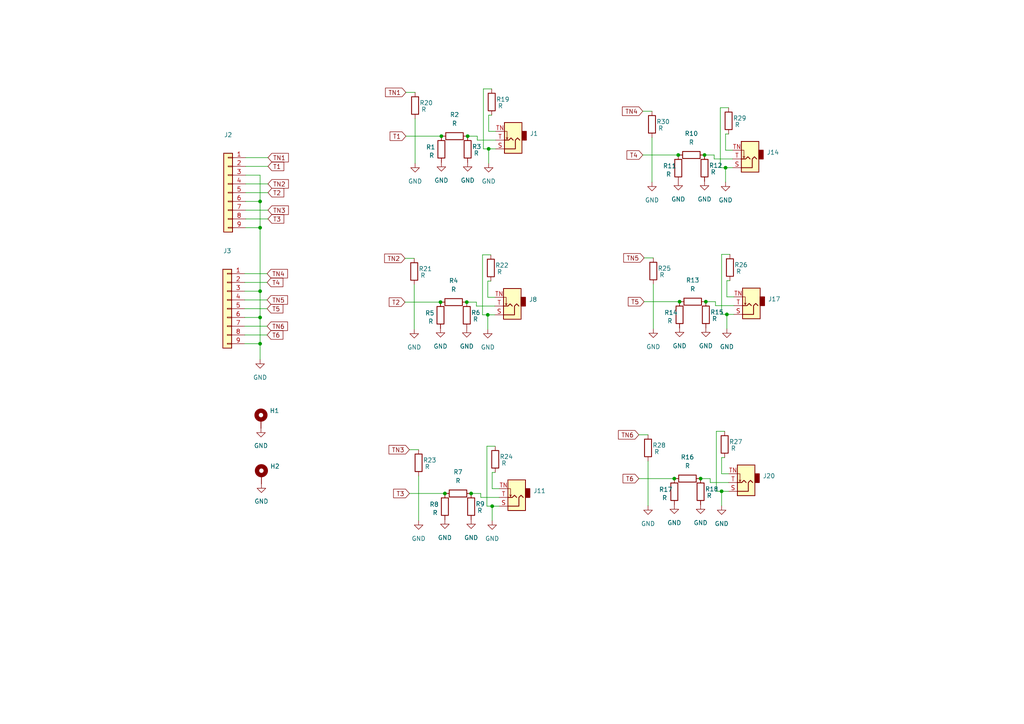
<source format=kicad_sch>
(kicad_sch (version 20230121) (generator eeschema)
  (paper "A4")
  (title_block (title "m0xpd PATCH Passive Board") (comment 1 "Published under CC BY-SA 4.0 License") (comment 2 "see: https://github.com/m0xpd/PATCH"))
  (lib_symbols
    (symbol "Connector_Audio:AudioJack2_SwitchT"
      (property "Reference" "J" (at 0 8.89 0))
      (property "Value" "AudioJack2_SwitchT" (at 0 6.35 0))
      (symbol "AudioJack2_SwitchT_0_1"
        (rectangle (start -2.54 0) (end -3.81 -2.54) (stroke (width 0.254)) (fill (type outline)))
        (polyline (pts (xy 1.778 -0.254) (xy 2.032 -0.762)))
        (polyline (pts (xy 0 0) (xy 0.635 -0.635) (xy 1.27 0) (xy 2.54 0)) (stroke (width 0.254)))
        (polyline (pts (xy 2.54 -2.54) (xy 1.778 -2.54) (xy 1.778 -0.254) (xy 1.524 -0.762)))
        (polyline (pts (xy 2.54 2.54) (xy -0.635 2.54) (xy -0.635 0) (xy -1.27 -0.635) (xy -1.905 0)) (stroke (width 0.254)))
        (rectangle (start 2.54 3.81) (end -2.54 -5.08) (stroke (width 0.254)) (fill (type background)))
      )
      (symbol "AudioJack2_SwitchT_1_1"
        (pin passive line (at 5.08 2.54 180) (length 2.54) (name "~") (number "S"))
        (pin passive line (at 5.08 0 180) (length 2.54) (name "~") (number "T"))
        (pin passive line (at 5.08 -2.54 180) (length 2.54) (name "~") (number "TN"))
      )
    )
    (symbol "Connector_Generic:Conn_01x09" (pin_names (offset 1.016) hide)
      (property "Reference" "J" (at 0 12.7 0))
      (property "Value" "Conn_01x09" (at 0 -12.7 0))
      (symbol "Conn_01x09_1_1"
        (rectangle (start -1.27 -10.033) (end 0 -10.287) (stroke (width 0.1524)))
        (rectangle (start -1.27 -7.493) (end 0 -7.747) (stroke (width 0.1524)))
        (rectangle (start -1.27 -4.953) (end 0 -5.207) (stroke (width 0.1524)))
        (rectangle (start -1.27 -2.413) (end 0 -2.667) (stroke (width 0.1524)))
        (rectangle (start -1.27 0.127) (end 0 -0.127) (stroke (width 0.1524)))
        (rectangle (start -1.27 2.667) (end 0 2.413) (stroke (width 0.1524)))
        (rectangle (start -1.27 5.207) (end 0 4.953) (stroke (width 0.1524)))
        (rectangle (start -1.27 7.747) (end 0 7.493) (stroke (width 0.1524)))
        (rectangle (start -1.27 10.287) (end 0 10.033) (stroke (width 0.1524)))
        (rectangle (start -1.27 11.43) (end 1.27 -11.43) (stroke (width 0.254)) (fill (type background)))
        (pin passive line (at -5.08 10.16 0) (length 3.81) (name "Pin_1") (number "1"))
        (pin passive line (at -5.08 7.62 0) (length 3.81) (name "Pin_2") (number "2"))
        (pin passive line (at -5.08 5.08 0) (length 3.81) (name "Pin_3") (number "3"))
        (pin passive line (at -5.08 2.54 0) (length 3.81) (name "Pin_4") (number "4"))
        (pin passive line (at -5.08 0 0) (length 3.81) (name "Pin_5") (number "5"))
        (pin passive line (at -5.08 -2.54 0) (length 3.81) (name "Pin_6") (number "6"))
        (pin passive line (at -5.08 -5.08 0) (length 3.81) (name "Pin_7") (number "7"))
        (pin passive line (at -5.08 -7.62 0) (length 3.81) (name "Pin_8") (number "8"))
        (pin passive line (at -5.08 -10.16 0) (length 3.81) (name "Pin_9") (number "9"))
      )
    )
    (symbol "Device:R" (pin_numbers hide) (pin_names (offset 0))
      (property "Reference" "R" (at 2.032 0 90))
      (property "Value" "R" (at 0 0 90))
      (symbol "R_0_1"
        (rectangle (start -1.016 -2.54) (end 1.016 2.54) (stroke (width 0.254)))
      )
      (symbol "R_1_1"
        (pin passive line (at 0 3.81 270) (length 1.27) (name "~") (number "1"))
        (pin passive line (at 0 -3.81 90) (length 1.27) (name "~") (number "2"))
      )
    )
    (symbol "Mechanical:MountingHole_Pad" (pin_numbers hide) (pin_names (offset 1.016) hide)
      (property "Reference" "H" (at 0 6.35 0))
      (property "Value" "MountingHole_Pad" (at 0 4.445 0))
      (symbol "MountingHole_Pad_0_1"
        (circle (center 0 1.27) (radius 1.27) (stroke (width 1.27)))
      )
      (symbol "MountingHole_Pad_1_1"
        (pin input line (at 0 -2.54 90) (length 2.54) (name "1") (number "1"))
      )
    )
    (symbol "power:GND" (power) (pin_names (offset 0))
      (property "Value" "GND" (at 0 -3.81 0))
      (symbol "GND_0_1"
        (polyline (pts (xy 0 0) (xy 0 -1.27) (xy 1.27 -1.27) (xy 0 -2.54) (xy -1.27 -1.27) (xy 0 -1.27)))
      )
      (symbol "GND_1_1"
        (pin power_in line (at 0 0 270) (length 0) hide (name "GND") (number "1"))
      )
    )
  )
  (junction (at 75.438 66.04))
  (junction (at 195.58 138.811))
  (junction (at 135.382 87.63))
  (junction (at 197.104 87.503))
  (junction (at 129.032 143.129))
  (junction (at 142.748 146.812))
  (junction (at 204.343 44.958))
  (junction (at 127.762 87.63))
  (junction (at 204.724 87.503))
  (junction (at 75.438 92.075))
  (junction (at 75.438 58.42))
  (junction (at 141.478 91.313))
  (junction (at 210.82 91.186))
  (junction (at 209.296 142.494))
  (junction (at 196.723 44.958))
  (junction (at 141.732 43.18))
  (junction (at 136.652 143.129))
  (junction (at 135.636 39.497))
  (junction (at 128.016 39.497))
  (junction (at 210.439 48.641))
  (junction (at 75.438 84.455))
  (junction (at 203.2 138.811))
  (junction (at 75.438 99.695))
  (wire (pts (xy 210.439 48.641) (xy 210.439 52.832)))
  (wire (pts (xy 71.247 60.96) (xy 77.724 60.96)))
  (wire (pts (xy 207.137 46.101) (xy 207.137 44.958)))
  (wire (pts (xy 71.247 66.04) (xy 75.438 66.04)))
  (wire (pts (xy 210.439 38.862) (xy 210.439 43.561)))
  (wire (pts (xy 205.994 138.811) (xy 203.2 138.811)))
  (wire (pts (xy 143.764 38.1) (xy 141.732 38.1)))
  (wire (pts (xy 139.446 143.129) (xy 136.652 143.129)))
  (wire (pts (xy 142.748 146.812) (xy 142.748 151.003)))
  (wire (pts (xy 142.748 137.033) (xy 142.748 141.732)))
  (wire (pts (xy 142.748 146.812) (xy 144.78 146.812)))
  (wire (pts (xy 141.732 33.401) (xy 141.732 38.1)))
  (wire (pts (xy 141.478 81.534) (xy 141.478 86.233)))
  (wire (pts (xy 118.745 143.129) (xy 129.032 143.129)))
  (wire (pts (xy 140.208 43.18) (xy 141.732 43.18)))
  (wire (pts (xy 207.772 125.095) (xy 210.185 125.095)))
  (wire (pts (xy 187.96 133.731) (xy 187.96 146.685)))
  (wire (pts (xy 189.103 39.878) (xy 189.103 52.832)))
  (wire (pts (xy 139.446 144.272) (xy 139.446 143.129)))
  (wire (pts (xy 71.247 48.26) (xy 77.724 48.26)))
  (wire (pts (xy 207.137 44.958) (xy 204.343 44.958)))
  (wire (pts (xy 138.43 39.497) (xy 135.636 39.497)))
  (wire (pts (xy 75.438 66.04) (xy 75.438 84.455)))
  (wire (pts (xy 143.51 88.773) (xy 138.176 88.773)))
  (wire (pts (xy 141.732 33.401) (xy 142.621 33.401)))
  (wire (pts (xy 210.439 48.641) (xy 212.471 48.641)))
  (wire (pts (xy 207.518 88.646) (xy 207.518 87.503)))
  (wire (pts (xy 212.471 43.561) (xy 210.439 43.561)))
  (wire (pts (xy 71.247 63.5) (xy 77.724 63.5)))
  (wire (pts (xy 140.208 25.781) (xy 142.621 25.781)))
  (wire (pts (xy 70.993 94.615) (xy 77.47 94.615)))
  (wire (pts (xy 139.954 73.914) (xy 139.954 91.313)))
  (wire (pts (xy 189.484 82.423) (xy 189.484 95.377)))
  (wire (pts (xy 71.247 53.34) (xy 77.724 53.34)))
  (wire (pts (xy 139.954 91.313) (xy 141.478 91.313)))
  (wire (pts (xy 209.296 132.715) (xy 210.185 132.715)))
  (wire (pts (xy 120.142 82.55) (xy 120.142 95.504)))
  (wire (pts (xy 186.436 44.958) (xy 196.723 44.958)))
  (wire (pts (xy 209.296 91.186) (xy 210.82 91.186)))
  (wire (pts (xy 207.772 125.095) (xy 207.772 142.494)))
  (wire (pts (xy 144.78 144.272) (xy 139.446 144.272)))
  (wire (pts (xy 141.478 91.313) (xy 143.51 91.313)))
  (wire (pts (xy 141.478 91.313) (xy 141.478 95.504)))
  (wire (pts (xy 211.328 139.954) (xy 205.994 139.954)))
  (wire (pts (xy 141.224 129.413) (xy 143.637 129.413)))
  (wire (pts (xy 212.471 46.101) (xy 207.137 46.101)))
  (wire (pts (xy 141.478 81.534) (xy 142.367 81.534)))
  (wire (pts (xy 70.993 99.695) (xy 75.438 99.695)))
  (wire (pts (xy 75.438 58.42) (xy 75.438 66.04)))
  (wire (pts (xy 70.993 97.155) (xy 77.47 97.155)))
  (wire (pts (xy 75.438 84.455) (xy 75.438 92.075)))
  (wire (pts (xy 70.993 89.535) (xy 77.47 89.535)))
  (wire (pts (xy 143.51 86.233) (xy 141.478 86.233)))
  (wire (pts (xy 210.82 91.186) (xy 212.852 91.186)))
  (wire (pts (xy 138.176 87.63) (xy 135.382 87.63)))
  (wire (pts (xy 208.915 31.242) (xy 211.328 31.242)))
  (wire (pts (xy 141.732 43.18) (xy 143.764 43.18)))
  (wire (pts (xy 140.208 25.781) (xy 140.208 43.18)))
  (wire (pts (xy 75.438 99.695) (xy 75.438 104.267)))
  (wire (pts (xy 70.993 84.455) (xy 75.438 84.455)))
  (wire (pts (xy 71.247 45.72) (xy 77.724 45.72)))
  (wire (pts (xy 139.954 73.914) (xy 142.367 73.914)))
  (wire (pts (xy 208.915 31.242) (xy 208.915 48.641)))
  (wire (pts (xy 71.247 55.88) (xy 77.724 55.88)))
  (wire (pts (xy 117.475 74.93) (xy 120.142 74.93)))
  (wire (pts (xy 118.745 130.429) (xy 121.412 130.429)))
  (wire (pts (xy 208.915 48.641) (xy 210.439 48.641)))
  (wire (pts (xy 141.224 129.413) (xy 141.224 146.812)))
  (wire (pts (xy 209.296 142.494) (xy 209.296 146.685)))
  (wire (pts (xy 142.748 137.033) (xy 143.637 137.033)))
  (wire (pts (xy 212.852 86.106) (xy 210.82 86.106)))
  (wire (pts (xy 120.396 34.417) (xy 120.396 47.371)))
  (wire (pts (xy 209.296 132.715) (xy 209.296 137.414)))
  (wire (pts (xy 70.993 86.995) (xy 77.47 86.995)))
  (wire (pts (xy 71.247 58.42) (xy 75.438 58.42)))
  (wire (pts (xy 117.475 87.63) (xy 127.762 87.63)))
  (wire (pts (xy 210.439 38.862) (xy 211.328 38.862)))
  (wire (pts (xy 75.438 92.075) (xy 75.438 99.695)))
  (wire (pts (xy 211.328 137.414) (xy 209.296 137.414)))
  (wire (pts (xy 210.82 91.186) (xy 210.82 95.377)))
  (wire (pts (xy 70.993 79.375) (xy 77.47 79.375)))
  (wire (pts (xy 117.729 39.497) (xy 128.016 39.497)))
  (wire (pts (xy 71.247 50.8) (xy 75.438 50.8)))
  (wire (pts (xy 141.224 146.812) (xy 142.748 146.812)))
  (wire (pts (xy 138.43 40.64) (xy 138.43 39.497)))
  (wire (pts (xy 185.293 126.111) (xy 187.96 126.111)))
  (wire (pts (xy 186.817 74.803) (xy 189.484 74.803)))
  (wire (pts (xy 70.993 81.915) (xy 77.47 81.915)))
  (wire (pts (xy 186.817 87.503) (xy 197.104 87.503)))
  (wire (pts (xy 207.772 142.494) (xy 209.296 142.494)))
  (wire (pts (xy 212.852 88.646) (xy 207.518 88.646)))
  (wire (pts (xy 141.732 43.18) (xy 141.732 47.371)))
  (wire (pts (xy 209.296 73.787) (xy 211.709 73.787)))
  (wire (pts (xy 185.293 138.811) (xy 195.58 138.811)))
  (wire (pts (xy 138.176 88.773) (xy 138.176 87.63)))
  (wire (pts (xy 209.296 142.494) (xy 211.328 142.494)))
  (wire (pts (xy 210.82 81.407) (xy 211.709 81.407)))
  (wire (pts (xy 121.412 138.049) (xy 121.412 151.003)))
  (wire (pts (xy 210.82 81.407) (xy 210.82 86.106)))
  (wire (pts (xy 75.438 50.8) (xy 75.438 58.42)))
  (wire (pts (xy 70.993 92.075) (xy 75.438 92.075)))
  (wire (pts (xy 186.436 32.258) (xy 189.103 32.258)))
  (wire (pts (xy 205.994 139.954) (xy 205.994 138.811)))
  (wire (pts (xy 207.518 87.503) (xy 204.724 87.503)))
  (wire (pts (xy 209.296 73.787) (xy 209.296 91.186)))
  (wire (pts (xy 117.729 26.797) (xy 120.396 26.797)))
  (wire (pts (xy 143.764 40.64) (xy 138.43 40.64)))
  (wire (pts (xy 144.78 141.732) (xy 142.748 141.732)))
  (global_label "T3" (shape input) (at 77.724 63.5 0) (property "Intersheetrefs" "${INTERSHEET_REFS}" (effects hide)))
  (global_label "T5" (shape input) (at 77.47 89.535 0) (property "Intersheetrefs" "${INTERSHEET_REFS}" (effects hide)))
  (global_label "TN5" (shape input) (at 186.817 74.803 180) (property "Intersheetrefs" "${INTERSHEET_REFS}" (effects hide)))
  (global_label "T4" (shape input) (at 186.436 44.958 180) (property "Intersheetrefs" "${INTERSHEET_REFS}" (effects hide)))
  (global_label "T3" (shape input) (at 118.745 143.129 180) (property "Intersheetrefs" "${INTERSHEET_REFS}" (effects hide)))
  (global_label "T1" (shape input) (at 77.724 48.26 0) (property "Intersheetrefs" "${INTERSHEET_REFS}" (effects hide)))
  (global_label "TN5" (shape input) (at 77.47 86.995 0) (property "Intersheetrefs" "${INTERSHEET_REFS}" (effects hide)))
  (global_label "T5" (shape input) (at 186.817 87.503 180) (property "Intersheetrefs" "${INTERSHEET_REFS}" (effects hide)))
  (global_label "TN3" (shape input) (at 118.745 130.429 180) (property "Intersheetrefs" "${INTERSHEET_REFS}" (effects hide)))
  (global_label "TN6" (shape input) (at 185.293 126.111 180) (property "Intersheetrefs" "${INTERSHEET_REFS}" (effects hide)))
  (global_label "TN1" (shape input) (at 77.724 45.72 0) (property "Intersheetrefs" "${INTERSHEET_REFS}" (effects hide)))
  (global_label "TN1" (shape input) (at 117.729 26.797 180) (property "Intersheetrefs" "${INTERSHEET_REFS}" (effects hide)))
  (global_label "TN4" (shape input) (at 77.47 79.375 0) (property "Intersheetrefs" "${INTERSHEET_REFS}" (effects hide)))
  (global_label "T2" (shape input) (at 77.724 55.88 0) (property "Intersheetrefs" "${INTERSHEET_REFS}" (effects hide)))
  (global_label "TN2" (shape input) (at 117.475 74.93 180) (property "Intersheetrefs" "${INTERSHEET_REFS}" (effects hide)))
  (global_label "T1" (shape input) (at 117.729 39.497 180) (property "Intersheetrefs" "${INTERSHEET_REFS}" (effects hide)))
  (global_label "T6" (shape input) (at 185.293 138.811 180) (property "Intersheetrefs" "${INTERSHEET_REFS}" (effects hide)))
  (global_label "TN3" (shape input) (at 77.724 60.96 0) (property "Intersheetrefs" "${INTERSHEET_REFS}" (effects hide)))
  (global_label "T4" (shape input) (at 77.47 81.915 0) (property "Intersheetrefs" "${INTERSHEET_REFS}" (effects hide)))
  (global_label "T2" (shape input) (at 117.475 87.63 180) (property "Intersheetrefs" "${INTERSHEET_REFS}" (effects hide)))
  (global_label "TN6" (shape input) (at 77.47 94.615 0) (property "Intersheetrefs" "${INTERSHEET_REFS}" (effects hide)))
  (global_label "TN4" (shape input) (at 186.436 32.258 180) (property "Intersheetrefs" "${INTERSHEET_REFS}" (effects hide)))
  (global_label "TN2" (shape input) (at 77.724 53.34 0) (property "Intersheetrefs" "${INTERSHEET_REFS}" (effects hide)))
  (global_label "T6" (shape input) (at 77.47 97.155 0) (property "Intersheetrefs" "${INTERSHEET_REFS}" (effects hide)))
  (symbol (lib_id "Device:R") (at 131.572 87.63 90) (unit 1)
    (property "Reference" "R4" (at 131.572 81.407 90))
    (property "Value" "R" (at 131.572 83.947 90))
    (property "Footprint" "Resistor_THT:R_Axial_DIN0207_L6.3mm_D2.5mm_P7.62mm_Horizontal" (effects hide))
  )
  (symbol (lib_id "Device:R") (at 187.96 129.921 0) (unit 1)
    (property "Reference" "R28" (at 189.23 129.159 0) (effects (justify left)))
    (property "Value" "R" (at 189.738 131.064 0) (effects (justify left)))
    (property "Footprint" "Resistor_SMD:R_1206_3216Metric_Pad1.30x1.75mm_HandSolder" (effects hide))
  )
  (symbol (lib_id "Device:R") (at 204.343 48.768 0) (unit 1)
    (property "Reference" "R12" (at 205.613 48.006 0) (effects (justify left)))
    (property "Value" "R" (at 206.121 49.911 0) (effects (justify left)))
    (property "Footprint" "Resistor_THT:R_Axial_DIN0207_L6.3mm_D2.5mm_P7.62mm_Horizontal" (effects hide))
  )
  (symbol (lib_id "Device:R") (at 129.032 146.939 0) (unit 1)
    (property "Reference" "R8" (at 124.587 146.304 0) (effects (justify left)))
    (property "Value" "R" (at 125.476 148.717 0) (effects (justify left)))
    (property "Footprint" "Resistor_THT:R_Axial_DIN0207_L6.3mm_D2.5mm_P2.54mm_Vertical" (effects hide))
  )
  (symbol (lib_id "Device:R") (at 203.2 142.621 0) (unit 1)
    (property "Reference" "R18" (at 204.47 141.859 0) (effects (justify left)))
    (property "Value" "R" (at 204.978 143.764 0) (effects (justify left)))
    (property "Footprint" "Resistor_THT:R_Axial_DIN0207_L6.3mm_D2.5mm_P2.54mm_Vertical" (effects hide))
  )
  (symbol (lib_id "Device:R") (at 211.709 77.597 0) (unit 1)
    (property "Reference" "R26" (at 212.979 76.835 0) (effects (justify left)))
    (property "Value" "R" (at 213.487 78.74 0) (effects (justify left)))
    (property "Footprint" "Resistor_SMD:R_1206_3216Metric_Pad1.30x1.75mm_HandSolder" (effects hide))
  )
  (symbol (lib_id "power:GND") (at 128.016 47.117 0) (unit 1)
    (property "Reference" "#PWR03" (effects hide))
    (property "Value" "GND" (at 128.016 52.324 0))
  )
  (symbol (lib_id "Device:R") (at 142.621 29.591 0) (unit 1)
    (property "Reference" "R19" (at 143.891 28.829 0) (effects (justify left)))
    (property "Value" "R" (at 144.399 30.734 0) (effects (justify left)))
    (property "Footprint" "Resistor_SMD:R_1206_3216Metric_Pad1.30x1.75mm_HandSolder" (effects hide))
  )
  (symbol (lib_id "power:GND") (at 187.96 146.685 0) (unit 1)
    (property "Reference" "#PWR026" (effects hide))
    (property "Value" "GND" (at 187.96 151.892 0))
  )
  (symbol (lib_id "power:GND") (at 141.478 95.504 0) (unit 1)
    (property "Reference" "#PWR011" (effects hide))
    (property "Value" "GND" (at 141.478 100.711 0))
  )
  (symbol (lib_id "Device:R") (at 189.103 36.068 0) (unit 1)
    (property "Reference" "R30" (at 190.373 35.306 0) (effects (justify left)))
    (property "Value" "R" (at 190.881 37.211 0) (effects (justify left)))
    (property "Footprint" "Resistor_SMD:R_1206_3216Metric_Pad1.30x1.75mm_HandSolder" (effects hide))
  )
  (symbol (lib_id "power:GND") (at 210.439 52.832 0) (unit 1)
    (property "Reference" "#PWR019" (effects hide))
    (property "Value" "GND" (at 210.439 58.039 0))
  )
  (symbol (lib_id "Device:R") (at 121.412 134.239 0) (unit 1)
    (property "Reference" "R23" (at 122.682 133.477 0) (effects (justify left)))
    (property "Value" "R" (at 123.19 135.382 0) (effects (justify left)))
    (property "Footprint" "Resistor_SMD:R_1206_3216Metric_Pad1.30x1.75mm_HandSolder" (effects hide))
  )
  (symbol (lib_id "Device:R") (at 135.382 91.44 0) (unit 1)
    (property "Reference" "R6" (at 136.652 90.678 0) (effects (justify left)))
    (property "Value" "R" (at 137.16 92.583 0) (effects (justify left)))
    (property "Footprint" "Resistor_THT:R_Axial_DIN0207_L6.3mm_D2.5mm_P7.62mm_Horizontal" (effects hide))
  )
  (symbol (lib_id "Connector_Audio:AudioJack2_SwitchT") (at 217.551 46.101 180) (unit 1)
    (property "Reference" "J14" (at 222.377 44.196 0) (effects (justify right)))
    (property "Value" "AudioJack2_SwitchT" (effects hide))
    (property "Footprint" "Connector_Audio:Jack_3.5mm_QingPu_WQP-PJ398SM_Vertical_CircularHoles" (effects hide))
  )
  (symbol (lib_id "Device:R") (at 200.533 44.958 90) (unit 1)
    (property "Reference" "R10" (at 200.533 38.735 90))
    (property "Value" "R" (at 200.533 41.275 90))
    (property "Footprint" "Resistor_THT:R_Axial_DIN0207_L6.3mm_D2.5mm_P7.62mm_Horizontal" (effects hide))
  )
  (symbol (lib_id "Mechanical:MountingHole_Pad") (at 75.692 121.666 0) (unit 1)
    (property "Reference" "H1" (at 78.232 119.126 0) (effects (justify left)))
    (property "Value" "MountingHole_Pad" (effects hide))
    (property "Footprint" "MountingHole:MountingHole_3.2mm_M3_DIN965_Pad_TopBottom" (effects hide))
  )
  (symbol (lib_id "Device:R") (at 196.723 48.768 0) (unit 1)
    (property "Reference" "R11" (at 192.278 48.133 0) (effects (justify left)))
    (property "Value" "R" (at 193.167 50.546 0) (effects (justify left)))
    (property "Footprint" "Resistor_THT:R_Axial_DIN0207_L6.3mm_D2.5mm_P2.54mm_Vertical" (effects hide))
  )
  (symbol (lib_id "power:GND") (at 195.58 146.431 0) (unit 1)
    (property "Reference" "#PWR024" (effects hide))
    (property "Value" "GND" (at 195.58 151.638 0))
  )
  (symbol (lib_id "Connector_Audio:AudioJack2_SwitchT") (at 217.932 88.646 180) (unit 1)
    (property "Reference" "J17" (at 222.758 86.741 0) (effects (justify right)))
    (property "Value" "AudioJack2_SwitchT" (effects hide))
    (property "Footprint" "Connector_Audio:Jack_3.5mm_QingPu_WQP-PJ398SM_Vertical_CircularHoles" (effects hide))
  )
  (symbol (lib_id "Device:R") (at 136.652 146.939 0) (unit 1)
    (property "Reference" "R9" (at 137.922 146.177 0) (effects (justify left)))
    (property "Value" "R" (at 138.43 148.082 0) (effects (justify left)))
    (property "Footprint" "Resistor_THT:R_Axial_DIN0207_L6.3mm_D2.5mm_P7.62mm_Horizontal" (effects hide))
  )
  (symbol (lib_id "power:GND") (at 196.723 52.578 0) (unit 1)
    (property "Reference" "#PWR016" (effects hide))
    (property "Value" "GND" (at 196.723 57.785 0))
  )
  (symbol (lib_id "Device:R") (at 197.104 91.313 0) (unit 1)
    (property "Reference" "R14" (at 192.659 90.678 0) (effects (justify left)))
    (property "Value" "R" (at 193.548 93.091 0) (effects (justify left)))
    (property "Footprint" "Resistor_THT:R_Axial_DIN0207_L6.3mm_D2.5mm_P2.54mm_Vertical" (effects hide))
  )
  (symbol (lib_id "Mechanical:MountingHole_Pad") (at 75.819 137.795 0) (unit 1)
    (property "Reference" "H2" (at 78.359 135.255 0) (effects (justify left)))
    (property "Value" "MountingHole_Pad" (effects hide))
    (property "Footprint" "MountingHole:MountingHole_3.2mm_M3_DIN965_Pad_TopBottom" (effects hide))
  )
  (symbol (lib_id "power:GND") (at 189.103 52.832 0) (unit 1)
    (property "Reference" "#PWR018" (effects hide))
    (property "Value" "GND" (at 189.103 58.039 0))
  )
  (symbol (lib_id "Device:R") (at 195.58 142.621 0) (unit 1)
    (property "Reference" "R17" (at 191.135 141.986 0) (effects (justify left)))
    (property "Value" "R" (at 192.024 144.399 0) (effects (justify left)))
    (property "Footprint" "Resistor_THT:R_Axial_DIN0207_L6.3mm_D2.5mm_P2.54mm_Vertical" (effects hide))
  )
  (symbol (lib_id "power:GND") (at 75.819 140.335 0) (unit 1)
    (property "Reference" "#PWR07" (effects hide))
    (property "Value" "GND" (at 75.819 145.415 0))
  )
  (symbol (lib_id "power:GND") (at 210.82 95.377 0) (unit 1)
    (property "Reference" "#PWR023" (effects hide))
    (property "Value" "GND" (at 210.82 100.584 0))
  )
  (symbol (lib_id "Device:R") (at 120.142 78.74 0) (unit 1)
    (property "Reference" "R21" (at 121.412 77.978 0) (effects (justify left)))
    (property "Value" "R" (at 121.92 79.883 0) (effects (justify left)))
    (property "Footprint" "Resistor_SMD:R_1206_3216Metric_Pad1.30x1.75mm_HandSolder" (effects hide))
  )
  (symbol (lib_id "Device:R") (at 135.636 43.307 0) (unit 1)
    (property "Reference" "R3" (at 136.906 42.545 0) (effects (justify left)))
    (property "Value" "R" (at 137.414 44.45 0) (effects (justify left)))
    (property "Footprint" "Resistor_THT:R_Axial_DIN0207_L6.3mm_D2.5mm_P2.54mm_Vertical" (effects hide))
  )
  (symbol (lib_id "power:GND") (at 209.296 146.685 0) (unit 1)
    (property "Reference" "#PWR027" (effects hide))
    (property "Value" "GND" (at 209.296 151.892 0))
  )
  (symbol (lib_id "Device:R") (at 120.396 30.607 0) (unit 1)
    (property "Reference" "R20" (at 121.666 29.845 0) (effects (justify left)))
    (property "Value" "R" (at 122.174 31.75 0) (effects (justify left)))
    (property "Footprint" "Resistor_SMD:R_1206_3216Metric_Pad1.30x1.75mm_HandSolder" (effects hide))
  )
  (symbol (lib_id "power:GND") (at 121.412 151.003 0) (unit 1)
    (property "Reference" "#PWR014" (effects hide))
    (property "Value" "GND" (at 121.412 156.21 0))
  )
  (symbol (lib_id "Device:R") (at 199.39 138.811 90) (unit 1)
    (property "Reference" "R16" (at 199.39 132.588 90))
    (property "Value" "R" (at 199.39 135.128 90))
    (property "Footprint" "Resistor_THT:R_Axial_DIN0207_L6.3mm_D2.5mm_P2.54mm_Vertical" (effects hide))
  )
  (symbol (lib_id "Connector_Generic:Conn_01x09") (at 65.913 89.535 0) (mirror y) (unit 1)
    (property "Reference" "J3" (at 65.913 72.771 0))
    (property "Value" "Conn_01x09" (effects hide))
    (property "Footprint" "Connector_PinHeader_2.54mm:PinHeader_1x09_P2.54mm_Vertical" (effects hide))
  )
  (symbol (lib_id "power:GND") (at 120.142 95.504 0) (unit 1)
    (property "Reference" "#PWR010" (effects hide))
    (property "Value" "GND" (at 120.142 100.711 0))
  )
  (symbol (lib_id "power:GND") (at 136.652 150.749 0) (unit 1)
    (property "Reference" "#PWR013" (effects hide))
    (property "Value" "GND" (at 136.652 155.956 0))
  )
  (symbol (lib_id "power:GND") (at 204.724 95.123 0) (unit 1)
    (property "Reference" "#PWR021" (effects hide))
    (property "Value" "GND" (at 204.724 100.33 0))
  )
  (symbol (lib_id "power:GND") (at 189.484 95.377 0) (unit 1)
    (property "Reference" "#PWR022" (effects hide))
    (property "Value" "GND" (at 189.484 100.584 0))
  )
  (symbol (lib_id "power:GND") (at 75.438 104.267 0) (unit 1)
    (property "Reference" "#PWR05" (effects hide))
    (property "Value" "GND" (at 75.438 109.474 0))
  )
  (symbol (lib_id "Device:R") (at 204.724 91.313 0) (unit 1)
    (property "Reference" "R15" (at 205.994 90.551 0) (effects (justify left)))
    (property "Value" "R" (at 206.502 92.456 0) (effects (justify left)))
    (property "Footprint" "Resistor_THT:R_Axial_DIN0207_L6.3mm_D2.5mm_P7.62mm_Horizontal" (effects hide))
  )
  (symbol (lib_id "power:GND") (at 135.382 95.25 0) (unit 1)
    (property "Reference" "#PWR09" (effects hide))
    (property "Value" "GND" (at 135.382 100.457 0))
  )
  (symbol (lib_id "power:GND") (at 75.692 124.206 0) (unit 1)
    (property "Reference" "#PWR06" (effects hide))
    (property "Value" "GND" (at 75.692 129.286 0))
  )
  (symbol (lib_id "power:GND") (at 120.396 47.371 0) (unit 1)
    (property "Reference" "#PWR04" (effects hide))
    (property "Value" "GND" (at 120.396 52.578 0))
  )
  (symbol (lib_id "Device:R") (at 132.842 143.129 90) (unit 1)
    (property "Reference" "R7" (at 132.842 136.906 90))
    (property "Value" "R" (at 132.842 139.446 90))
    (property "Footprint" "Resistor_THT:R_Axial_DIN0207_L6.3mm_D2.5mm_P7.62mm_Horizontal" (effects hide))
  )
  (symbol (lib_id "power:GND") (at 204.343 52.578 0) (unit 1)
    (property "Reference" "#PWR017" (effects hide))
    (property "Value" "GND" (at 204.343 57.785 0))
  )
  (symbol (lib_id "Device:R") (at 143.637 133.223 0) (unit 1)
    (property "Reference" "R24" (at 144.907 132.461 0) (effects (justify left)))
    (property "Value" "R" (at 145.415 134.366 0) (effects (justify left)))
    (property "Footprint" "Resistor_SMD:R_1206_3216Metric_Pad1.30x1.75mm_HandSolder" (effects hide))
  )
  (symbol (lib_id "power:GND") (at 197.104 95.123 0) (unit 1)
    (property "Reference" "#PWR020" (effects hide))
    (property "Value" "GND" (at 197.104 100.33 0))
  )
  (symbol (lib_id "Connector_Generic:Conn_01x09") (at 66.167 55.88 0) (mirror y) (unit 1)
    (property "Reference" "J2" (at 66.167 39.116 0))
    (property "Value" "Conn_01x09" (effects hide))
    (property "Footprint" "Connector_PinHeader_2.54mm:PinHeader_1x09_P2.54mm_Vertical" (effects hide))
  )
  (symbol (lib_id "Connector_Audio:AudioJack2_SwitchT") (at 149.86 144.272 180) (unit 1)
    (property "Reference" "J11" (at 154.686 142.367 0) (effects (justify right)))
    (property "Value" "AudioJack2_SwitchT" (effects hide))
    (property "Footprint" "Connector_Audio:Jack_3.5mm_QingPu_WQP-PJ398SM_Vertical_CircularHoles" (effects hide))
  )
  (symbol (lib_id "power:GND") (at 127.762 95.25 0) (unit 1)
    (property "Reference" "#PWR08" (effects hide))
    (property "Value" "GND" (at 127.762 100.457 0))
  )
  (symbol (lib_id "power:GND") (at 135.636 47.117 0) (unit 1)
    (property "Reference" "#PWR02" (effects hide))
    (property "Value" "GND" (at 135.636 52.324 0))
  )
  (symbol (lib_id "Device:R") (at 210.185 128.905 0) (unit 1)
    (property "Reference" "R27" (at 211.455 128.143 0) (effects (justify left)))
    (property "Value" "R" (at 211.963 130.048 0) (effects (justify left)))
    (property "Footprint" "Resistor_SMD:R_1206_3216Metric_Pad1.30x1.75mm_HandSolder" (effects hide))
  )
  (symbol (lib_id "Device:R") (at 127.762 91.44 0) (unit 1)
    (property "Reference" "R5" (at 123.317 90.805 0) (effects (justify left)))
    (property "Value" "R" (at 124.206 93.218 0) (effects (justify left)))
    (property "Footprint" "Resistor_THT:R_Axial_DIN0207_L6.3mm_D2.5mm_P2.54mm_Vertical" (effects hide))
  )
  (symbol (lib_id "power:GND") (at 129.032 150.749 0) (unit 1)
    (property "Reference" "#PWR012" (effects hide))
    (property "Value" "GND" (at 129.032 155.956 0))
  )
  (symbol (lib_id "Connector_Audio:AudioJack2_SwitchT") (at 148.844 40.64 180) (unit 1)
    (property "Reference" "J1" (at 153.67 38.735 0) (effects (justify right)))
    (property "Value" "AudioJack2_SwitchT" (effects hide))
    (property "Footprint" "Connector_Audio:Jack_3.5mm_QingPu_WQP-PJ398SM_Vertical_CircularHoles" (effects hide))
  )
  (symbol (lib_id "Device:R") (at 200.914 87.503 90) (unit 1)
    (property "Reference" "R13" (at 200.914 81.28 90))
    (property "Value" "R" (at 200.914 83.82 90))
    (property "Footprint" "Resistor_THT:R_Axial_DIN0207_L6.3mm_D2.5mm_P7.62mm_Horizontal" (effects hide))
  )
  (symbol (lib_id "Connector_Audio:AudioJack2_SwitchT") (at 216.408 139.954 180) (unit 1)
    (property "Reference" "J20" (at 221.234 138.049 0) (effects (justify right)))
    (property "Value" "AudioJack2_SwitchT" (effects hide))
    (property "Footprint" "Connector_Audio:Jack_3.5mm_QingPu_WQP-PJ398SM_Vertical_CircularHoles" (effects hide))
  )
  (symbol (lib_id "Connector_Audio:AudioJack2_SwitchT") (at 148.59 88.773 180) (unit 1)
    (property "Reference" "J8" (at 153.416 86.868 0) (effects (justify right)))
    (property "Value" "AudioJack2_SwitchT" (effects hide))
    (property "Footprint" "Connector_Audio:Jack_3.5mm_QingPu_WQP-PJ398SM_Vertical_CircularHoles" (effects hide))
  )
  (symbol (lib_id "Device:R") (at 131.826 39.497 90) (unit 1)
    (property "Reference" "R2" (at 131.826 33.274 90))
    (property "Value" "R" (at 131.826 35.814 90))
    (property "Footprint" "Resistor_THT:R_Axial_DIN0207_L6.3mm_D2.5mm_P2.54mm_Vertical" (effects hide))
  )
  (symbol (lib_id "Device:R") (at 142.367 77.724 0) (unit 1)
    (property "Reference" "R22" (at 143.637 76.962 0) (effects (justify left)))
    (property "Value" "R" (at 144.145 78.867 0) (effects (justify left)))
    (property "Footprint" "Resistor_SMD:R_1206_3216Metric_Pad1.30x1.75mm_HandSolder" (effects hide))
  )
  (symbol (lib_id "Device:R") (at 189.484 78.613 0) (unit 1)
    (property "Reference" "R25" (at 190.754 77.851 0) (effects (justify left)))
    (property "Value" "R" (at 191.262 79.756 0) (effects (justify left)))
    (property "Footprint" "Resistor_SMD:R_1206_3216Metric_Pad1.30x1.75mm_HandSolder" (effects hide))
  )
  (symbol (lib_id "power:GND") (at 142.748 151.003 0) (unit 1)
    (property "Reference" "#PWR015" (effects hide))
    (property "Value" "GND" (at 142.748 156.21 0))
  )
  (symbol (lib_id "power:GND") (at 141.732 47.371 0) (unit 1)
    (property "Reference" "#PWR01" (effects hide))
    (property "Value" "GND" (at 141.732 52.578 0))
  )
  (symbol (lib_id "Device:R") (at 211.328 35.052 0) (unit 1)
    (property "Reference" "R29" (at 212.598 34.29 0) (effects (justify left)))
    (property "Value" "R" (at 213.106 36.195 0) (effects (justify left)))
    (property "Footprint" "Resistor_SMD:R_1206_3216Metric_Pad1.30x1.75mm_HandSolder" (effects hide))
  )
  (symbol (lib_id "power:GND") (at 203.2 146.431 0) (unit 1)
    (property "Reference" "#PWR025" (effects hide))
    (property "Value" "GND" (at 203.2 151.638 0))
  )
  (symbol (lib_id "Device:R") (at 128.016 43.307 0) (unit 1)
    (property "Reference" "R1" (at 123.571 42.672 0) (effects (justify left)))
    (property "Value" "R" (at 124.46 45.085 0) (effects (justify left)))
    (property "Footprint" "Resistor_THT:R_Axial_DIN0207_L6.3mm_D2.5mm_P2.54mm_Vertical" (effects hide))
  )
)
</source>
